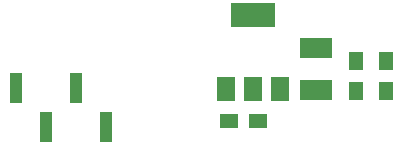
<source format=gbp>
G04 #@! TF.FileFunction,Paste,Bot*
%FSLAX46Y46*%
G04 Gerber Fmt 4.6, Leading zero omitted, Abs format (unit mm)*
G04 Created by KiCad (PCBNEW 4.0.6) date 01/05/18 17:09:47*
%MOMM*%
%LPD*%
G01*
G04 APERTURE LIST*
%ADD10C,0.100000*%
%ADD11R,2.794000X1.778000*%
%ADD12R,1.250000X1.500000*%
%ADD13R,1.500000X1.250000*%
%ADD14R,1.000000X2.510000*%
%ADD15R,1.498600X1.998980*%
%ADD16R,3.799840X1.998980*%
G04 APERTURE END LIST*
D10*
D11*
X138010000Y-108642000D03*
X138010000Y-112198000D03*
D12*
X143920000Y-109820000D03*
X143920000Y-112320000D03*
X141420000Y-109820000D03*
X141420000Y-112320000D03*
D13*
X130620000Y-114890000D03*
X133120000Y-114890000D03*
D14*
X120170000Y-115345000D03*
X115090000Y-115345000D03*
X117630000Y-112035000D03*
X112550000Y-112035000D03*
D15*
X134978700Y-112159600D03*
X132680000Y-112159600D03*
X130381300Y-112159600D03*
D16*
X132680000Y-105860400D03*
M02*

</source>
